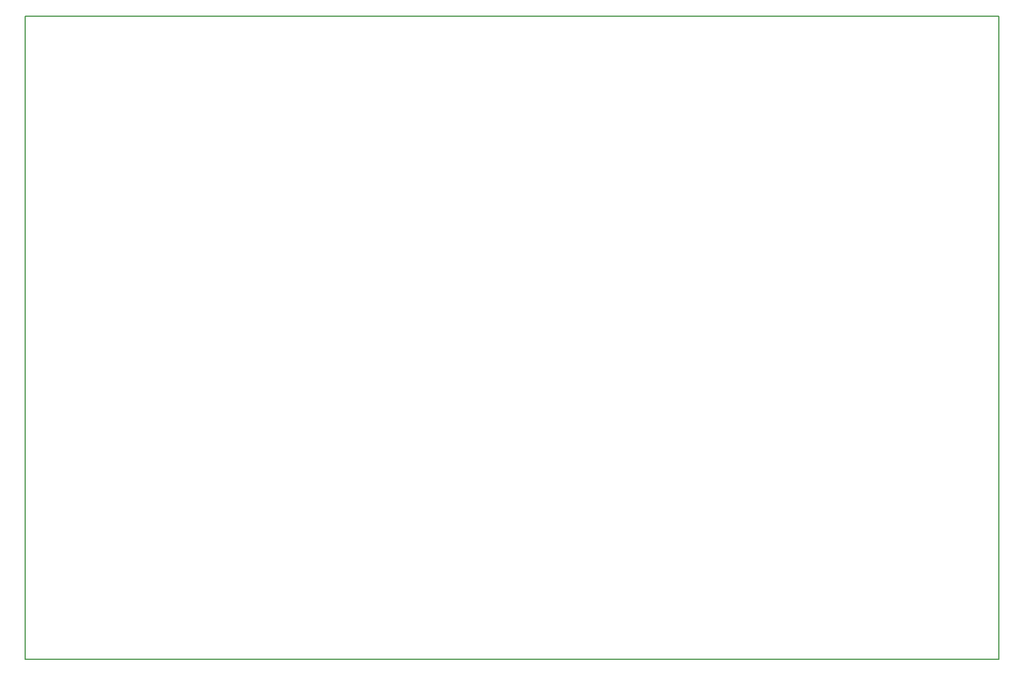
<source format=gbr>
G04 PROTEUS GERBER X2 FILE*
%TF.GenerationSoftware,Labcenter,Proteus,8.11-SP0-Build30052*%
%TF.CreationDate,2022-11-07T16:30:26+00:00*%
%TF.FileFunction,NonPlated,0,2,NPTH*%
%TF.FilePolarity,Positive*%
%TF.Part,Single*%
%TF.SameCoordinates,{2811b8d5-d4f7-46d7-8bd2-63344e37ddfc}*%
%FSLAX45Y45*%
%MOMM*%
G01*
%TA.AperFunction,Profile*%
%ADD26C,0.203200*%
%TD.AperFunction*%
D26*
X-9750000Y-3250000D02*
X+5000000Y-3250000D01*
X+5000000Y+6500000D01*
X-9750000Y+6500000D01*
X-9750000Y-3250000D01*
M02*

</source>
